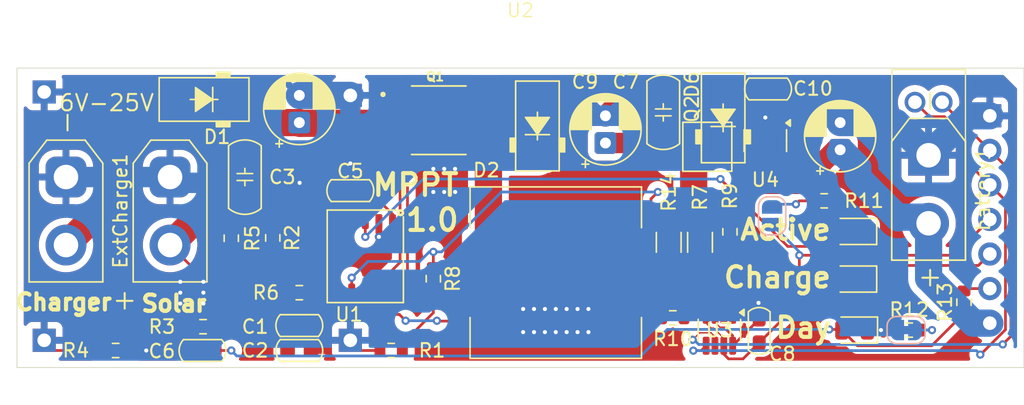
<source format=kicad_pcb>
(kicad_pcb
	(version 20241229)
	(generator "pcbnew")
	(generator_version "9.0")
	(general
		(thickness 1.6)
		(legacy_teardrops no)
	)
	(paper "A4")
	(layers
		(0 "F.Cu" signal)
		(2 "B.Cu" signal)
		(9 "F.Adhes" user "F.Adhesive")
		(11 "B.Adhes" user "B.Adhesive")
		(13 "F.Paste" user)
		(15 "B.Paste" user)
		(5 "F.SilkS" user "F.Silkscreen")
		(7 "B.SilkS" user "B.Silkscreen")
		(1 "F.Mask" user)
		(3 "B.Mask" user)
		(17 "Dwgs.User" user "User.Drawings")
		(19 "Cmts.User" user "User.Comments")
		(21 "Eco1.User" user "User.Eco1")
		(23 "Eco2.User" user "User.Eco2")
		(25 "Edge.Cuts" user)
		(27 "Margin" user)
		(31 "F.CrtYd" user "F.Courtyard")
		(29 "B.CrtYd" user "B.Courtyard")
		(35 "F.Fab" user)
		(33 "B.Fab" user)
		(39 "User.1" user)
		(41 "User.2" user)
		(43 "User.3" user)
		(45 "User.4" user)
	)
	(setup
		(pad_to_mask_clearance 0)
		(allow_soldermask_bridges_in_footprints no)
		(tenting front back)
		(pcbplotparams
			(layerselection 0x00000000_00000000_55555555_5755f5ff)
			(plot_on_all_layers_selection 0x00000000_00000000_00000000_00000000)
			(disableapertmacros no)
			(usegerberextensions no)
			(usegerberattributes yes)
			(usegerberadvancedattributes yes)
			(creategerberjobfile yes)
			(dashed_line_dash_ratio 12.000000)
			(dashed_line_gap_ratio 3.000000)
			(svgprecision 4)
			(plotframeref no)
			(mode 1)
			(useauxorigin no)
			(hpglpennumber 1)
			(hpglpenspeed 20)
			(hpglpendiameter 15.000000)
			(pdf_front_fp_property_popups yes)
			(pdf_back_fp_property_popups yes)
			(pdf_metadata yes)
			(pdf_single_document no)
			(dxfpolygonmode yes)
			(dxfimperialunits yes)
			(dxfusepcbnewfont yes)
			(psnegative no)
			(psa4output no)
			(plot_black_and_white yes)
			(sketchpadsonfab no)
			(plotpadnumbers no)
			(hidednponfab no)
			(sketchdnponfab yes)
			(crossoutdnponfab yes)
			(subtractmaskfromsilk no)
			(outputformat 1)
			(mirror no)
			(drillshape 1)
			(scaleselection 1)
			(outputdirectory "")
		)
	)
	(net 0 "")
	(net 1 "S_VIN")
	(net 2 "GND")
	(net 3 "VBAT")
	(net 4 "Net-(D2-K)")
	(net 5 "Net-(JP2-B)")
	(net 6 "Net-(D1-A)")
	(net 7 "Net-(JP1-B)")
	(net 8 "IsDay")
	(net 9 "CHRG")
	(net 10 "CHARGE")
	(net 11 "3V3")
	(net 12 "SDA")
	(net 13 "SCL")
	(net 14 "Net-(C1-Pad1)")
	(net 15 "Net-(U1-VG)")
	(net 16 "Net-(D3-A)")
	(net 17 "Net-(U4-VCAP)")
	(net 18 "Net-(D4-K)")
	(net 19 "Net-(D5-A)")
	(net 20 "Net-(U1-DRV)")
	(net 21 "Net-(Q2-G)")
	(net 22 "Net-(U1-FB)")
	(net 23 "Net-(U1-MPPT)")
	(net 24 "Net-(U1-COM)")
	(net 25 "Net-(U1-CSP)")
	(net 26 "Net-(U3-IN+)")
	(net 27 "Net-(U3-IN-)")
	(net 28 "Net-(D6-A)")
	(footprint "PCM_Capacitor_SMD_Handsoldering_AKL:C_0603_1608Metric_Pad1.08x0.95mm" (layer "F.Cu") (at 115.2 18.5275))
	(footprint "Resistor_SMD:R_0603_1608Metric" (layer "F.Cu") (at 119.325 26.75))
	(footprint "LED_SMD:LED_0805_2012Metric" (layer "F.Cu") (at 121.5625 36.25 180))
	(footprint "Package_TO_SOT_SMD:SOT-23-6" (layer "F.Cu") (at 115 22.3275 -90))
	(footprint "LED_SMD:LED_0805_2012Metric" (layer "F.Cu") (at 121.5 32.5 180))
	(footprint "PCM_Diode_SMD_Handsoldering_AKL:D_SMAFL" (layer "F.Cu") (at 73.75 19.3 180))
	(footprint "PCM_Package_SO_AKL:SSOP-10_3.9x4.9mm_P1.00mm" (layer "F.Cu") (at 85.6 30.8275 -90))
	(footprint "PCM_Capacitor_SMD_Handsoldering_AKL:C_0603_1608Metric_Pad1.08x0.95mm" (layer "F.Cu") (at 80.75 37.75))
	(footprint "Resistor_SMD:R_0603_1608Metric" (layer "F.Cu") (at 108.2 35.35 180))
	(footprint "Resistor_SMD:R_0603_1608Metric" (layer "F.Cu") (at 90.6 32.475 -90))
	(footprint "Resistor_SMD:R_0603_1608Metric" (layer "F.Cu") (at 73.675 36))
	(footprint "PCM_Diode_SMD_Handsoldering_AKL:D_SMAFL" (layer "F.Cu") (at 111.9 20.65 90))
	(footprint "Package_TO_SOT_SMD:SOT-23-8" (layer "F.Cu") (at 111.625 36.2625 -90))
	(footprint "Resistor_SMD:R_0603_1608Metric" (layer "F.Cu") (at 78.8 29.475 -90))
	(footprint "Resistor_SMD:R_0603_1608Metric" (layer "F.Cu") (at 87.5 37.75 180))
	(footprint "Resistor_SMD:R_0603_1608Metric" (layer "F.Cu") (at 112.4 29.025 -90))
	(footprint "Resistor_SMD:R_1206_3216Metric" (layer "F.Cu") (at 110.2 29.8 90))
	(footprint "Inductor_SMD:L_12x12mm_H4.5mm" (layer "F.Cu") (at 99.6 32.0275))
	(footprint "Capacitor_THT:CP_Radial_D5.0mm_P2.00mm" (layer "F.Cu") (at 120.5 23 90))
	(footprint "Connector_AMASS:AMASS_XT30UPB-M_1x02_P5.0mm_Vertical" (layer "F.Cu") (at 71.25 25 -90))
	(footprint "PCM_Capacitor_SMD_Handsoldering_AKL:C_0603_1608Metric_Pad1.08x0.95mm" (layer "F.Cu") (at 80.75 35.9175))
	(footprint "Resistor_SMD:R_0603_1608Metric" (layer "F.Cu") (at 129.6 34.2 90))
	(footprint "PCM_Package_TO_SOT_SMD_AKL:SOT-23" (layer "F.Cu") (at 110.7375 22.7775))
	(footprint "Modules:MPPT" (layer "F.Cu") (at 97 13.25))
	(footprint "Capacitor_THT:CP_Radial_D5.0mm_P2.00mm" (layer "F.Cu") (at 103.25 22.5 90))
	(footprint "PCM_Capacitor_SMD_Handsoldering_AKL:C_0603_1608Metric_Pad1.08x0.95mm" (layer "F.Cu") (at 114.55 36.3125 -90))
	(footprint "PCM_Diode_SMD_Handsoldering_AKL:D_SMAFL" (layer "F.Cu") (at 98.25 21.25 90))
	(footprint "LED_SMD:LED_0805_2012Metric" (layer "F.Cu") (at 121.5 29 180))
	(footprint "Resistor_SMD:R_0603_1608Metric"
		(layer "F.Cu")
		(uuid "9094f230-75e7-460e-b999-cb9adde15369")
		(at 67.25 37.75 180)
		(descr "Resistor SMD 0603 (1608 Metric), square (rectangular) end terminal, IPC_7351 nominal, (Body size source: IPC-SM-782 page 72, https://www.pcb-3d.com/wordpress/wp-content/uploads/ipc-sm-782a_amendment_1_and_2.pdf), generated with kicad-footprint-generator")
		(tags "resistor")
		(property "Reference" "R4"
			(at 2.925 0 180)
			(layer "F.SilkS")
			(uuid "8ec904a5-065e-4b00-899c-69dbc20c70b9")
			(effects
				(font
					(size 1 1)
					(thickness 0.15)
				)
			)
		)
		(property "Value" "5k"
			(at 0 1.43 0)
			(layer "F.Fab")
			(uuid "8a8ba2f5-1e0e-47bd-bccd-3b7c75ddb947")
			(effects
				(font
					(size 1 1)
					(thickness 0.15)
				)
			)
		)
		(property "Datasheet" "~"
			(at 0 0 0)
			(unlocked yes)
			(layer "B.Fab")
			(hide yes)
			(uuid "7459c0d4-0e32-4981-8422-da738eb11100")
			(effects
				(font
					(size 1.27 1.27)
					(thickness 0.15)
				)
				(justify mirror)
			)
		)
		(property "Description" ""
			(at 0 0 0)
			(unlocked yes)
			(layer "B.Fab")
			(hide yes)
			(uuid "1cf720f1-5f6e-4ca4-b073-70aa63207db1")
			(effects
				(font
					(size 1.27 1.27)
					(thickness 0.15)
				)
				(justify mirror)
			)
		)
		(property "LCSC_PART_NUMBER" "C212284"
			(at 0 0 0)
			(unlocked yes)
			(layer "F.Fab")
			(hide yes)
			(uuid "d0ba62ea-6fab-4bb7-9ad7-2add345321e2")
			(effects
				(font
					(size 1 1)
					(thickness 0.15)
				)
			)
		)
		(property "Sim.Device" "R"
			(at 0 0 0)
			(unlocked yes)
			(layer "F.Fab")
			(hide yes)
			(uuid "cc8357a6-f894-4983-9329-0a641c81fed8")
			(effects
				(font
					(size 1 1)
					(thickness 0.15)
				)
			)
		)
		(property "Sim.Pins" "1=+ 2=-"
			(at 0 0 0)
			(unlocked yes)
			(layer "F.Fab")
			(hide yes)
			(uuid "1347bf1b-699e-4ed1-a15a-2c8652ede0e4")
			(effects
				(font
					(size 1 1)
					(thickness 0.15)
				)
			)
		)
		(property ki_fp_filters "R_*")
		(path "/6db8ea3b-8d3e-4f1f-9139-75ff8d577b1f")
		(sheetnam
... [690809 chars truncated]
</source>
